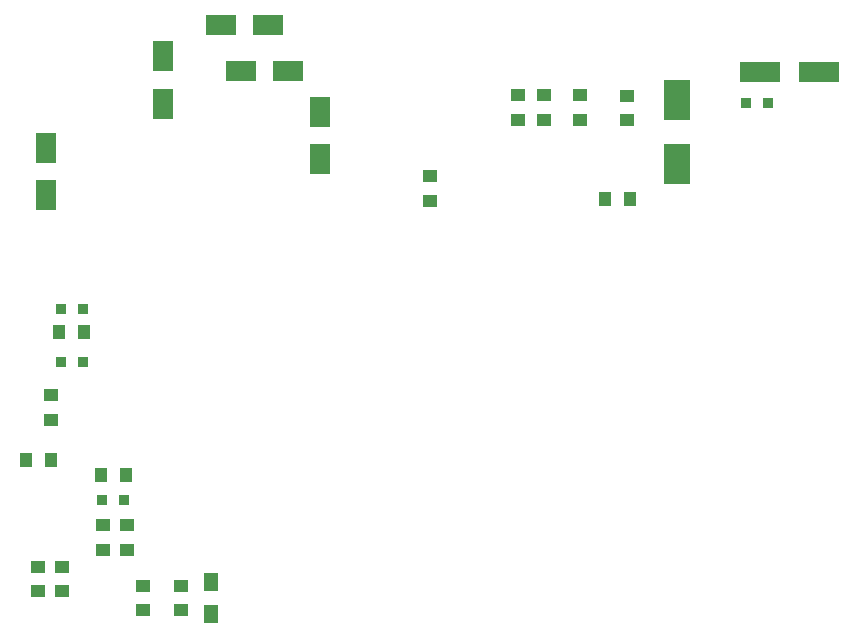
<source format=gbr>
G04 #@! TF.GenerationSoftware,KiCad,Pcbnew,5.1.4+dfsg1-1*
G04 #@! TF.CreationDate,2021-01-01T15:39:33+01:00*
G04 #@! TF.ProjectId,MIDI_FOOTSWITCH,4d494449-5f46-44f4-9f54-535749544348,rev?*
G04 #@! TF.SameCoordinates,PX4c4b400PY1312d00*
G04 #@! TF.FileFunction,Paste,Bot*
G04 #@! TF.FilePolarity,Positive*
%FSLAX46Y46*%
G04 Gerber Fmt 4.6, Leading zero omitted, Abs format (unit mm)*
G04 Created by KiCad (PCBNEW 5.1.4+dfsg1-1) date 2021-01-01 15:39:33*
%MOMM*%
%LPD*%
G04 APERTURE LIST*
%ADD10R,1.300000X1.000000*%
%ADD11R,1.300000X1.500000*%
%ADD12R,1.250000X1.000000*%
%ADD13R,0.900000X0.900000*%
%ADD14R,3.500000X1.800000*%
%ADD15R,2.300000X3.500000*%
%ADD16R,1.000000X1.300000*%
%ADD17R,2.500000X1.800000*%
%ADD18R,1.800000X2.500000*%
G04 APERTURE END LIST*
D10*
X35800000Y-17350000D03*
X35800000Y-15250000D03*
D11*
X17250000Y-52350000D03*
X17250000Y-49650000D03*
D12*
X52500000Y-10500000D03*
X52500000Y-8500000D03*
D13*
X64450000Y-9100000D03*
X62550000Y-9100000D03*
D14*
X63750000Y-6500000D03*
X68750000Y-6500000D03*
D15*
X56750000Y-14250000D03*
X56750000Y-8850000D03*
D10*
X43250000Y-10550000D03*
X43250000Y-8450000D03*
X45500000Y-8450000D03*
X45500000Y-10550000D03*
D16*
X52750000Y-17200000D03*
X50650000Y-17200000D03*
D10*
X48500000Y-10550000D03*
X48500000Y-8450000D03*
X10200000Y-44850000D03*
X10200000Y-46950000D03*
X8100000Y-46950000D03*
X8100000Y-44850000D03*
X4700000Y-50450000D03*
X4700000Y-48350000D03*
X2600000Y-48350000D03*
X2600000Y-50450000D03*
D16*
X1650000Y-39300000D03*
X3750000Y-39300000D03*
X6550000Y-28500000D03*
X4450000Y-28500000D03*
D13*
X4550000Y-26500000D03*
X6450000Y-26500000D03*
D10*
X11500000Y-49950000D03*
X11500000Y-52050000D03*
X14750000Y-52050000D03*
X14750000Y-49950000D03*
D13*
X4550000Y-31000000D03*
X6450000Y-31000000D03*
X9950000Y-42700000D03*
X8050000Y-42700000D03*
D16*
X7950000Y-40600000D03*
X10050000Y-40600000D03*
D10*
X3700000Y-35950000D03*
X3700000Y-33850000D03*
D17*
X18100000Y-2500000D03*
X22100000Y-2500000D03*
D18*
X13175000Y-5150000D03*
X13175000Y-9150000D03*
D17*
X23800000Y-6375000D03*
X19800000Y-6375000D03*
D18*
X3300000Y-12900000D03*
X3300000Y-16900000D03*
X26500000Y-9850000D03*
X26500000Y-13850000D03*
M02*

</source>
